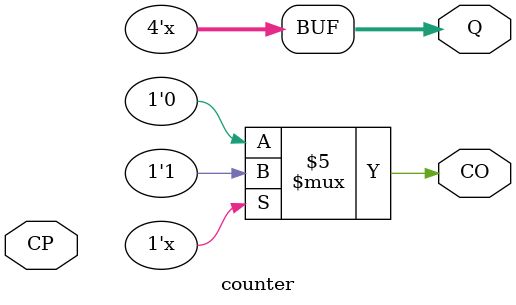
<source format=v>
`timescale 1ns / 1ps


module counter(CP,Q,CO);//»ù±¾¼ÆÊýÆ÷Ä£¿é
//parameter msb=3;
input CP;
output reg[3:0] Q;
output reg CO;
always@(CP)
begin 
   if(Q==4'b1110)
	CO<=1;
	else
	CO<=0;
	Q<=Q+1'b1;
end
endmodule
</source>
